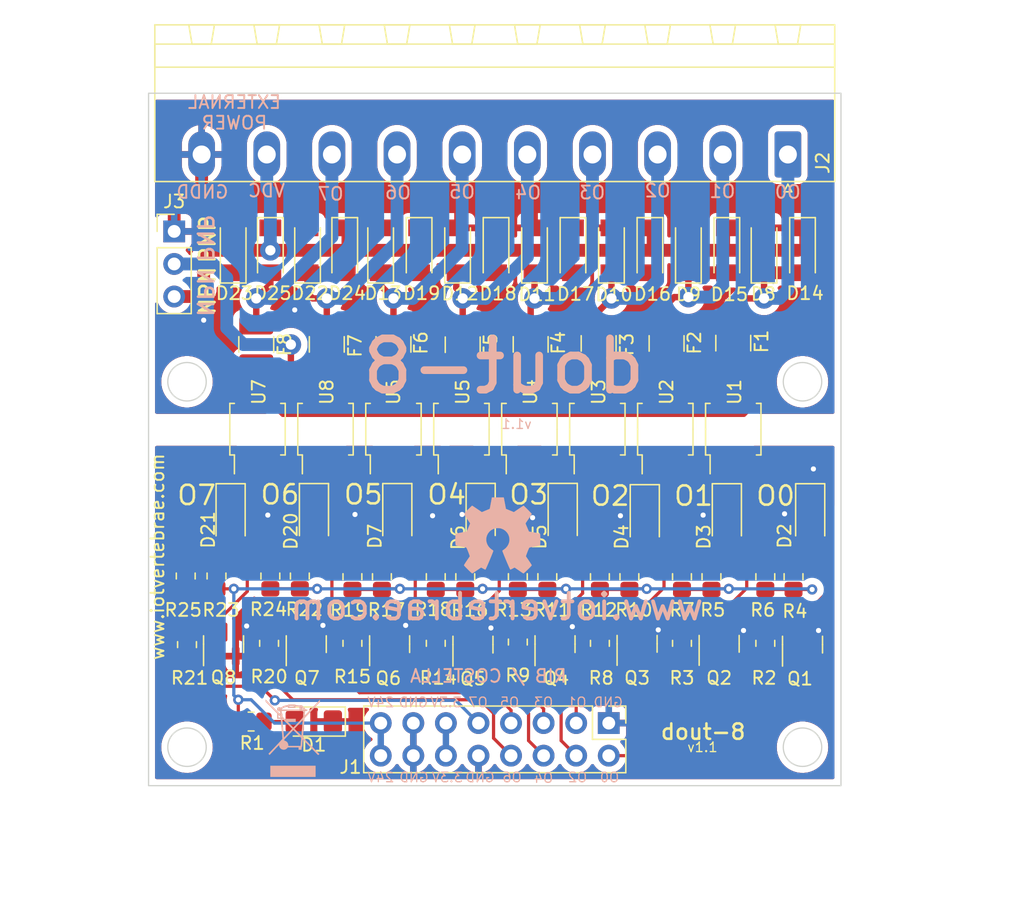
<source format=kicad_pcb>
(kicad_pcb (version 20211014) (generator pcbnew)
  (title_block (title "dout-8") (date "2023-04-06") (rev "1.1") (company "www.iotvertebrae.com") (comment 1 "Mechanical design: Xavier Pi") (comment 2 "Circuit & PCB design: Jordi Binefa"))
  (layers (0 "F.Cu" signal) (31 "B.Cu" signal) (34 "B.Paste" user) (35 "F.Paste" user) (36 "B.SilkS" user "B.Silkscreen") (37 "F.SilkS" user "F.Silkscreen") (38 "B.Mask" user) (39 "F.Mask" user) (44 "Edge.Cuts" user))
  (net 0 "")
  (net 1 "+3.3V")
  (net 2 "GND")
  (net 3 "Net-(D1-Pad2)")
  (net 4 "Net-(D2-Pad1)")
  (net 5 "Net-(D2-Pad2)")
  (net 6 "Net-(D3-Pad1)")
  (net 7 "Net-(D3-Pad2)")
  (net 8 "Net-(D4-Pad1)")
  (net 9 "Net-(D4-Pad2)")
  (net 10 "Net-(D5-Pad1)")
  (net 11 "Net-(D5-Pad2)")
  (net 12 "Net-(D6-Pad1)")
  (net 13 "Net-(D6-Pad2)")
  (net 14 "Net-(D7-Pad1)")
  (net 15 "Net-(D7-Pad2)")
  (net 16 "Net-(D20-Pad1)")
  (net 17 "Net-(D20-Pad2)")
  (net 18 "Net-(D21-Pad1)")
  (net 19 "Net-(D21-Pad2)")
  (net 20 "Net-(F7-Pad1)")
  (net 21 "/OUT_6")
  (net 22 "Net-(F8-Pad1)")
  (net 23 "/OUT_7")
  (net 24 "+24V")
  (net 25 "/COM")
  (net 26 "/OUT_0")
  (net 27 "/OUT_1")
  (net 28 "/OUT_2")
  (net 29 "/OUT_3")
  (net 30 "/OUT_4")
  (net 31 "/OUT_5")
  (net 32 "GNDD")
  (net 33 "+VDC")
  (net 34 "Net-(Q1-Pad1)")
  (net 35 "Net-(Q2-Pad1)")
  (net 36 "Net-(Q3-Pad1)")
  (net 37 "Net-(Q4-Pad1)")
  (net 38 "Net-(Q5-Pad1)")
  (net 39 "Net-(Q6-Pad1)")
  (net 40 "/O0")
  (net 41 "/O1")
  (net 42 "Net-(R6-Pad2)")
  (net 43 "Net-(R7-Pad2)")
  (net 44 "/O2")
  (net 45 "/O3")
  (net 46 "Net-(R12-Pad2)")
  (net 47 "Net-(R13-Pad2)")
  (net 48 "/O4")
  (net 49 "/O5")
  (net 50 "Net-(R18-Pad2)")
  (net 51 "Net-(R19-Pad2)")
  (net 52 "/O6")
  (net 53 "/O7")
  (net 54 "Net-(F1-Pad1)")
  (net 55 "Net-(F2-Pad1)")
  (net 56 "Net-(F3-Pad1)")
  (net 57 "Net-(F4-Pad1)")
  (net 58 "Net-(F5-Pad1)")
  (net 59 "Net-(F6-Pad1)")
  (net 60 "Net-(Q7-Pad1)")
  (net 61 "Net-(Q8-Pad1)")
  (net 62 "Net-(R24-Pad2)")
  (net 63 "Net-(R25-Pad2)")
  (footprint "Package_SO:SOP-4_3.8x4.1mm_P2.54mm" (layer "F.Cu") (at 145.1 92.2 90)
    (fp_text reference "U6")
    (fp_text value "CPC1017N")
  )
  (footprint "Diode_SMD:D_MiniMELF" (layer "F.Cu") (at 132.6 78.25 90)
    (fp_text reference "D23")
    (fp_text value "LL4148")
  )
  (footprint "Package_TO_SOT_SMD:SOT-23" (layer "F.Cu") (at 157.7 108.9625 90)
    (fp_text reference "Q4")
    (fp_text value "BC817")
  )
  (footprint "Package_TO_SOT_SMD:SOT-23" (layer "F.Cu") (at 138.3 108.9625 90)
    (fp_text reference "Q7")
    (fp_text value "BC817")
  )
  (footprint "Fuse:Fuse_1210_3225Metric_Pad1.42x2.65mm_HandSolder" (layer "F.Cu") (at 134.4 85.5875 90)
    (fp_text reference "F8")
    (fp_text value "MF-USMF010-2")
  )
  (footprint "LED_SMD:LED_1206_3216Metric_Pad1.42x1.75mm_HandSolder" (layer "F.Cu") (at 132.4 98.9125 -90)
    (fp_text reference "D21")
    (fp_text value "RED_LED")
  )
  (footprint "Fuse:Fuse_1210_3225Metric_Pad1.42x2.65mm_HandSolder" (layer "F.Cu") (at 139.9 85.5875 90)
    (fp_text reference "F7")
    (fp_text value "MF-USMF010-2")
  )
  (footprint "Package_TO_SOT_SMD:SOT-23" (layer "F.Cu") (at 177 109 90)
    (fp_text reference "Q1")
    (fp_text value "BC817")
  )
  (footprint "Resistor_SMD:R_0805_2012Metric_Pad1.20x1.40mm_HandSolder" (layer "F.Cu") (at 141.9 108.9 90)
    (fp_text reference "R15")
    (fp_text value "1K")
  )
  (footprint "Diode_SMD:D_MiniMELF" (layer "F.Cu") (at 153.1 78.25 -90)
    (fp_text reference "D18")
    (fp_text value "LL4148")
  )
  (footprint "LED_SMD:LED_1206_3216Metric_Pad1.42x1.75mm_HandSolder" (layer "F.Cu") (at 164.7 98.9875 -90)
    (fp_text reference "D4")
    (fp_text value "RED_LED")
  )
  (footprint "Resistor_SMD:R_0805_2012Metric_Pad1.20x1.40mm_HandSolder" (layer "F.Cu") (at 135.4 108.9 90)
    (fp_text reference "R20")
    (fp_text value "1K")
  )
  (footprint "Resistor_SMD:R_0805_2012Metric_Pad1.20x1.40mm_HandSolder" (layer "F.Cu") (at 174.1 103.7 90)
    (fp_text reference "R6")
    (fp_text value "4K7")
  )
  (footprint "Resistor_SMD:R_0805_2012Metric_Pad1.20x1.40mm_HandSolder" (layer "F.Cu") (at 161.2 103.7 90)
    (fp_text reference "R12")
    (fp_text value "4K7")
  )
  (footprint "Diode_SMD:D_MiniMELF" (layer "F.Cu") (at 165.1 78.25 -90)
    (fp_text reference "D16")
    (fp_text value "LL4148")
  )
  (footprint "Diode_SMD:D_MiniMELF" (layer "F.Cu") (at 159.1 78.25 -90)
    (fp_text reference "D17")
    (fp_text value "LL4148")
  )
  (footprint "Package_TO_SOT_SMD:SOT-23" (layer "F.Cu") (at 170.5 108.9375 90)
    (fp_text reference "Q2")
    (fp_text value "BC817")
  )
  (footprint "Diode_SMD:D_MiniMELF" (layer "F.Cu") (at 177 78.25 -90)
    (fp_text reference "D14")
    (fp_text value "LL4148")
  )
  (footprint "Diode_SMD:D_MiniMELF" (layer "F.Cu") (at 147.1 78.25 -90)
    (fp_text reference "D19")
    (fp_text value "LL4148")
  )
  (footprint "Diode_SMD:D_MiniMELF" (layer "F.Cu") (at 171.1 78.25 -90)
    (fp_text reference "D15")
    (fp_text value "LL4148")
  )
  (footprint "Connector_PinHeader_2.54mm:PinHeader_1x03_P2.54mm_Vertical" (layer "F.Cu") (at 128 76.775)
    (fp_text reference "J3")
    (fp_text value "Conn_01x03")
  )
  (footprint "Diode_SMD:D_MiniMELF" (layer "F.Cu") (at 156.1 78.25 90)
    (fp_text reference "D11")
    (fp_text value "LL4148")
  )
  (footprint "Fuse:Fuse_1210_3225Metric_Pad1.42x2.65mm_HandSolder" (layer "F.Cu") (at 166.4 85.5125 90)
    (fp_text reference "F2")
    (fp_text value "MF-USMF010-2")
  )
  (footprint "Resistor_SMD:R_0805_2012Metric_Pad1.20x1.40mm_HandSolder" (layer "F.Cu") (at 135.5 103.65 90)
    (fp_text reference "R24")
    (fp_text value "4K7")
  )
  (footprint "Fuse:Fuse_1210_3225Metric_Pad1.42x2.65mm_HandSolder" (layer "F.Cu") (at 161.1 85.5125 90)
    (fp_text reference "F3")
    (fp_text value "MF-USMF010-2")
  )
  (footprint "Package_TO_SOT_SMD:SOT-23" (layer "F.Cu") (at 164.1 108.9375 90)
    (fp_text reference "Q3")
    (fp_text value "BC817")
  )
  (footprint "Resistor_SMD:R_0805_2012Metric_Pad1.20x1.40mm_HandSolder" (layer "F.Cu") (at 167.6 108.9 90)
    (fp_text reference "R3")
    (fp_text value "1K")
  )
  (footprint "LED_SMD:LED_1206_3216Metric_Pad1.42x1.75mm_HandSolder" (layer "F.Cu") (at 177.6 98.9125 -90)
    (fp_text reference "D2")
    (fp_text value "RED_LED")
  )
  (footprint "Fuse:Fuse_1210_3225Metric_Pad1.42x2.65mm_HandSolder" (layer "F.Cu") (at 171.6 85.4875 90)
    (fp_text reference "F1")
    (fp_text value "MF-USMF010-2")
  )
  (footprint "Resistor_SMD:R_0805_2012Metric_Pad1.20x1.40mm_HandSolder" (layer "F.Cu") (at 148.4 103.7 90)
    (fp_text reference "R18")
    (fp_text value "4K7")
  )
  (footprint "Package_SO:SOP-4_3.8x4.1mm_P2.54mm" (layer "F.Cu") (at 150.4 92.2 90)
    (fp_text reference "U5")
    (fp_text value "CPC1017N")
  )
  (footprint "Resistor_SMD:R_0805_2012Metric_Pad1.20x1.40mm_HandSolder" (layer "F.Cu") (at 150.7 103.7 90)
    (fp_text reference "R16")
    (fp_text value "4K7")
  )
  (footprint "LED_SMD:LED_1206_3216Metric_Pad1.42x1.75mm_HandSolder" (layer "F.Cu") (at 145.4 98.9 -90)
    (fp_text reference "D7")
    (fp_text value "RED_LED")
  )
  (footprint "Resistor_SMD:R_0805_2012Metric_Pad1.20x1.40mm_HandSolder" (layer "F.Cu") (at 144.2 103.7 90)
    (fp_text reference "R17")
    (fp_text value "4K7")
  )
  (footprint "Diode_SMD:D_MiniMELF" (layer "F.Cu") (at 135.5 78.25 -90)
    (fp_text reference "D25")
    (fp_text value "LL4148")
  )
  (footprint "Diode_SMD:D_MiniMELF" (layer "F.Cu") (at 168.1 78.25 90)
    (fp_text reference "D9")
    (fp_text value "LL4148")
  )
  (footprint "Package_SO:SOP-4_3.8x4.1mm_P2.54mm" (layer "F.Cu") (at 134.5 92.2 90)
    (fp_text reference "U7")
    (fp_text value "CPC1017N")
  )
  (footprint "Diode_SMD:D_MiniMELF" (layer "F.Cu") (at 150.1 78.25 90)
    (fp_text reference "D12")
    (fp_text value "LL4148")
  )
  (footprint "LED_SMD:LED_1206_3216Metric_Pad1.42x1.75mm_HandSolder" (layer "F.Cu") (at 171.1 98.9125 -90)
    (fp_text reference "D3")
    (fp_text value "RED_LED")
  )
  (footprint "Connector_PinHeader_2.54mm:PinHeader_2x08_P2.54mm_Vertical" (layer "F.Cu") (at 161.89 115.12 -90)
    (fp_text reference "J1")
    (fp_text value "Conn_02x08_Odd_Even")
  )
  (footprint "Package_SO:SOP-4_3.8x4.1mm_P2.54mm" (layer "F.Cu") (at 171.6 92.2 90)
    (fp_text reference "U1")
    (fp_text value "CPC1017N")
  )
  (footprint "Diode_SMD:D_MiniMELF" (layer "F.Cu") (at 162.1 78.25 90)
    (fp_text reference "D10")
    (fp_text value "LL4148")
  )
  (footprint "Fuse:Fuse_1210_3225Metric_Pad1.42x2.65mm_HandSolder" (layer "F.Cu") (at 155.8 85.5875 90)
    (fp_text reference "F4")
    (fp_text value "MF-USMF010-2")
  )
  (footprint "Package_TO_SOT_SMD:SOT-23" (layer "F.Cu") (at 131.85 108.9625 90)
    (fp_text reference "Q8")
    (fp_text value "BC817")
  )
  (footprint "Resistor_SMD:R_0805_2012Metric_Pad1.20x1.40mm_HandSolder" (layer "F.Cu") (at 128.9 103.65 90)
    (fp_text reference "R25")
    (fp_text value "4K7")
  )
  (footprint "Diode_SMD:D_MiniMELF" (layer "F.Cu") (at 144.1 78.25 90)
    (fp_text reference "D13")
    (fp_text value "LL4148")
  )
  (footprint "Resistor_SMD:R_0805_2012Metric_Pad1.20x1.40mm_HandSolder" (layer "F.Cu") (at 161.2 108.9 90)
    (fp_text reference "R8")
    (fp_text value "1K")
  )
  (footprint "Resistor_SMD:R_0805_2012Metric_Pad1.20x1.40mm_HandSolder" (layer "F.Cu") (at 157.1 103.7 90)
    (fp_text reference "R11")
    (fp_text value "4K7")
  )
  (footprint "Resistor_SMD:R_0805_2012Metric_Pad1.20x1.40mm_HandSolder" (layer "F.Cu") (at 137.8 103.65 90)
    (fp_text reference "R22")
    (fp_text value "4K7")
  )
  (footprint "Diode_SMD:D_MiniMELF" (layer "F.Cu") (at 138.4 78.25 90)
    (fp_text reference "D22")
    (fp_text value "LL4148")
  )
  (footprint "Package_SO:SOP-4_3.8x4.1mm_P2.54mm" (layer "F.Cu") (at 166.3 92.2 90)
    (fp_text reference "U2")
    (fp_text value "CPC1017N")
  )
  (footprint "Resistor_SMD:R_0805_2012Metric_Pad1.20x1.40mm_HandSolder" (layer "F.Cu") (at 169.9 103.7 90)
    (fp_text reference "R5")
    (fp_text value "4K7")
  )
  (footprint "Fuse:Fuse_1210_3225Metric_Pad1.42x2.65mm_HandSolder" (layer "F.Cu") (at 150.5 85.6125 90)
    (fp_text reference "F5")
    (fp_text value "MF-USMF010-2")
  )
  (footprint "LED_SMD:LED_1206_3216Metric_Pad1.42x1.75mm_HandSolder" (layer "F.Cu") (at 138.8875 115 180)
    (fp_text reference "D1")
    (fp_text value "GREEN_LED")
  )
  (footprint "Package_SO:SOP-4_3.8x4.1mm_P2.54mm" (layer "F.Cu") (at 139.8 92.2 90)
    (fp_text reference "U8")
    (fp_text value "CPC1017N")
  )
  (footprint "Resistor_SMD:R_0805_2012Metric_Pad1.20x1.40mm_HandSolder" (layer "F.Cu") (at 176.3 103.7 90)
    (fp_text reference "R4")
    (fp_text value "4K7")
  )
  (footprint "Resistor_SMD:R_0805_2012Metric_Pad1.20x1.40mm_HandSolder" (layer "F.Cu") (at 154.8 108.8 90)
    (fp_text reference "R9")
    (fp_text value "1K")
  )
  (footprint "Resistor_SMD:R_0805_2012Metric_Pad1.20x1.40mm_HandSolder" (layer "F.Cu") (at 154.8 103.7 90)
    (fp_text reference "R13")
    (fp_text value "4K7")
  )
  (footprint "Resistor_SMD:R_0805_2012Metric_Pad1.20x1.40mm_HandSolder" (layer "F.Cu") (at 141.9 103.7 90)
    (fp_text reference "R19")
    (fp_text value "4K7")
  )
  (footprint "Resistor_SMD:R_0805_2012Metric_Pad1.20x1.40mm_HandSolder" (layer "F.Cu") (at 148.4 108.9 90)
    (fp_text reference "R14")
    (fp_text value "1K")
  )
  (footprint "Package_TO_SOT_SMD:SOT-23" (layer "F.Cu") (at 144.8 108.9625 90)
    (fp_text reference "Q6")
    (fp_text value "BC817")
  )
  (footprint "Connector_Phoenix_MSTB:PhoenixContact_MSTBA_2,5_10-G-5,08_1x10_P5.08mm_Horizontal" (layer "F.Cu") (at 175.86 70.7775 180)
    (fp_text reference "J2")
    (fp_text value "Conn_01x10")
  )
  (footprint "Fuse:Fuse_1210_3225Metric_Pad1.42x2.65mm_HandSolder" (layer "F.Cu") (at 145.1 85.5875 90)
    (fp_text reference "F6")
    (fp_text value "MF-USMF010-2")
  )
  (footprint "Diode_SMD:D_MiniMELF" (layer "F.Cu") (at 174 78.25 90)
    (fp_text reference "D8")
    (fp_text value "LL4148")
  )
  (footprint "Package_SO:SOP-4_3.8x4.1mm_P2.54mm" (layer "F.Cu") (at 161 92.2 90)
    (fp_text reference "U3")
    (fp_text value "CPC1017N")
  )
  (footprint "Resistor_SMD:R_0805_2012Metric_Pad1.20x1.40mm_HandSolder" (layer "F.Cu") (at 131.3 103.65 90)
    (fp_text reference "R23")
    (fp_text value "4K7")
  )
  (footprint "Resistor_SMD:R_0805_2012Metric_Pad1.20x1.40mm_HandSolder" (layer "F.Cu") (at 134 115)
    (fp_text reference "R1")
    (fp_text value "4K7")
  )
  (footprint "Resistor_SMD:R_0805_2012Metric_Pad1.20x1.40mm_HandSolder" (layer "F.Cu") (at 129 109 90)
    (fp_text reference "R21")
    (fp_text value "1K")
  )
  (footprint "Package_SO:SOP-4_3.8x4.1mm_P2.54mm" (layer "F.Cu") (at 155.7 92.2 90)
    (fp_text reference "U4")
    (fp_text value "CPC1017N")
  )
  (footprint "Package_TO_SOT_SMD:SOT-23" (layer "F.Cu") (at 151.3 109 90)
    (fp_text reference "Q5")
    (fp_text value "BC817")
  )
  (footprint "LED_SMD:LED_1206_3216Metric_Pad1.42x1.75mm_HandSolder" (layer "F.Cu") (at 151.9 98.8875 -90)
    (fp_text reference "D6")
    (fp_text value "RED_LED")
  )
  (footprint "LED_SMD:LED_1206_3216Metric_Pad1.42x1.75mm_HandSolder" (layer "F.Cu") (at 138.9 98.9 -90)
    (fp_text reference "D20")
    (fp_text value "RED_LED")
  )
  (footprint "Resistor_SMD:R_0805_2012Metric_Pad1.20x1.40mm_HandSolder" (layer "F.Cu") (at 163.5 103.7 90)
    (fp_text reference "R10")
    (fp_text value "4K7")
  )
  (footprint "Resistor_SMD:R_0805_2012Metric_Pad1.20x1.40mm_HandSolder" (layer "F.Cu") (at 174.1 108.9 90)
    (fp_text reference "R2")
    (fp_text value "1K")
  )
  (footprint "LED_SMD:LED_1206_3216Metric_Pad1.42x1.75mm_HandSolder" (layer "F.Cu") (at 158.3 98.8875 -90)
    (fp_text reference "D5")
    (fp_text value "RED_LED")
  )
  (footprint "Resistor_SMD:R_0805_2012Metric_Pad1.20x1.40mm_HandSolder" (layer "F.Cu") (at 167.6 103.7 90)
    (fp_text reference "R7")
    (fp_text value "4K7")
  )
  (footprint "Diode_SMD:D_MiniMELF" (layer "F.Cu") (at 141.3 78.25 -90)
    (fp_text reference "D24")
    (fp_text value "LL4148")
  )
  (footprint "Symbol:WEEE-Logo_4.2x6mm_SilkScreen" (layer "B.Cu") (at 137.25 116.3 180)
    (fp_text reference "REF**" hide)
    (fp_text value "WEEE-Logo_4.2x6mm_SilkScreen" hide)
  )
  (footprint "Symbol:OSHW-Symbol_6.7x6mm_SilkScreen" (layer "B.Cu") (at 153.25 100.5 180)
    (fp_text reference "REF**" hide)
    (fp_text value "OSHW-Symbol_6.7x6mm_SilkScreen" hide)
  )
  (gr_circle (center 177 88.5) (end 178.5 88.5) (layer "Edge.Cuts") (width 0.1) (fill none))
  (gr_circle (center 177 117) (end 178.5 117) (layer "Edge.Cuts") (width 0.1) (fill none))
  (gr_circle (center 129 117) (end 130.5 117) (layer "Edge.Cuts") (width 0.1) (fill none))
  (gr_rect (start 126 120) (end 180 66) (layer "Edge.Cuts") (width 0.1) (fill none))
  (gr_circle (center 129 88.5) (end 130.5 88.5) (layer "Edge.Cuts") (width 0.1) (fill none))
  (gr_text "3.3V" (at 149.3 119.35) (layer "B.SilkS") (effects (font (size 0.75 0.75) (thickness 0.1)) (justify mirror)))
  (gr_text "O2" (at 165.7 73.6) (layer "B.SilkS") (effects (font (size 1 1)) (justify mirror)))
  (gr_text "O7" (at 151.7 113.5) (layer "B.SilkS") (effects (font (size 0.75 0.75) (thickness 0.1)) (justify mirror)))
  (gr_text "3.3V" (at 149.2 113.5) (layer "B.SilkS") (effects (font (size 0.75 0.75) (thickness 0.1)) (justify mirror)))
  (gr_text "GND" (at 146.65 113.5) (layer "B.SilkS") (effects (font (size 0.75 0.75) (thickness 0.1)) (justify mirror)))
  (gr_text "O3" (at 156.8 113.5) (layer "B.SilkS") (effects (font (size 0.75 0.75) (thickness 0.1)) (justify mirror)))
  (gr_text "NPN" (at 130.4 81.55 -90) (layer "B.SilkS") (effects (font (size 1.2 1.2) (thickness 0.2)) (justify mirror)))
  (gr_text "PNP" (at 130.4 77.3 -90) (layer "B.SilkS") (effects (font (size 1.2 1.2) (thickness 0.2)) (justify mirror)))
  (gr_text "O4" (at 155.6 73.75) (layer "B.SilkS") (effects (font (size 1 1)) (justify mirror)))
  (gr_text "dout-8" (at 153.7 87.3) (layer "B.SilkS") (effects (font (size 4 4) (thickness 0.6)) (justify mirror)))
  (gr_text "O4" (at 156.8 119.4) (layer "B.SilkS") (effects (font (size 0.75 0.75) (thickness 0.1)) (justify mirror)))
  (gr_text "O6" (at 154.35 119.35) (layer "B.SilkS") (effects (font (size 0.75 0.75) (thickness 0.1)) (justify mirror)))
  (gr_text "O0" (at 161.95 119.35) (layer "B.SilkS") (effects (font (size 0.75 0.75) (thickness 0.1)) (justify mirror)))
  (gr_text "24V" (at 144.1 119.35) (layer "B.SilkS") (effects (font (size 0.75 0.75) (thickness 0.1)) (justify mirror)))
  (gr_text "GNDD" (at 130.2 73.7) (layer "B.SilkS") (effects (font (size 1 1)) (justify mirror)))
  (gr_text "v1.1" (at 154.7 91.8) (layer "B.SilkS") (effects (font (size 0.75 0.75) (thickness 0.1)) (justify mirror)))
  (gr_text "O5" (at 150.45 73.7) (layer "B.SilkS") (effects (font (size 1 1)) (justify mirror)))
  (gr_text "O2" (at 159.45 119.35) (layer "B.SilkS") (effects (font (size 0.75 0.75) (thickness 0.1)) (justify mirror)))
  (gr_text "RIB / COSTELLA" (at 152.5 111.45) (layer "B.SilkS") (effects (font (size 1 1)) (justify mirror)))
  (gr_text "O1" (at 170.75 73.65) (layer "B.SilkS") (effects (font (size 1 1)) (justify mirror)))
  (gr_text "VDC" (at 135.2 73.6) (layer "B.SilkS") (effects (font (size 1 1)) (justify mirror)))
  (gr_text "GND" (at 151.85 119.35) (layer "B.SilkS") (effects (font (size 0.75 0.75) (thickness 0.1)) (justify mirror)))
  (gr_text "O7" (at 140.2 73.85) (layer "B.SilkS") (effects (font (size 1 1)) (justify mirror)))
  (gr_text "O0" (at 175.85 73.7) (layer "B.SilkS") (effects (font (size 1 1)) (justify mirror)))
  (gr_text "EXTERNAL\nPOWER" (at 132.7 67.5) (layer "B.SilkS") (effects (font (size 1 1)) (justify mirror)))
  (gr_text "www.iotvertebrae.com" (at 153.15 106.05) (layer "B.SilkS") (effects (font (size 2 2) (thickness 0.3)) (justify mirror)))
  (gr_text "GND" (at 161.85 113.5) (layer "B.SilkS") (effects (font (size 0.75 0.75) (thickness 0.1)) (justify mirror)))
  (gr_text "O5" (at 154.15 113.5) (layer "B.SilkS") (effects (font (size 0.75 0.75) (thickness 0.1)) (justify mirror)))
  (gr_text "O1" (at 159.4 113.5) (layer "B.SilkS") (effects (font (size 0.75 0.75) (thickness 0.1)) (justify mirror)))
  (gr_text "O3" (at 160.6 73.75) (layer "B.SilkS") (effects (font (size 1 1)) (justify mirror)))
  (gr_text "GND" (at 146.7 119.35) (layer "B.SilkS") (effects (font (size 0.75 0.75) (thickness 0.1)) (justify mirror)))
  (gr_text "O6" (at 145.45 73.75) (layer "B.SilkS") (effects (font (size 1 1)) (justify mirror)))
  (gr_text "24V" (at 144.1 113.5) (layer "B.SilkS") (effects (font (size 0.75 0.75) (thickness 0.1)) (justify mirror)))
  (gr_text "www.iotvertebrae.com" (at 126.7 102.15 90) (layer "F.SilkS") (effects (font (size 1 1))))
  (gr_text "O4" (at 149.25 97.3) (layer "F.SilkS") (effects (font (size 1.5 1.5) (thickness 0.2))))
  (gr_text "O3" (at 155.65 97.3) (layer "F.SilkS") (effects (font (size 1.5 1.5) (thickness 0.2))))
  (gr_text "v1.1" (at 169.2 117) (layer "F.SilkS") (effects (font (size 0.75 0.75) (thickness 0.1))))
  (gr_text "O0" (at 174.9 97.4) (layer "F.SilkS") (effects (font (size 1.5 1.5) (thickness 0.2))))
  (gr_text "O2" (at 162 97.4) (layer "F.SilkS") (effects (font (size 1.5 1.5) (thickness 0.2))))
  (gr_text "dout-8" (at 169.25 115.8) (layer "F.SilkS") (effects (font (size 1.2 1.2) (thickness 0.2))))
  (gr_text "NPN" (at 130.6 81.4 90) (layer "F.SilkS") (effects (font (size 1.2 1.2) (thickness 0.2))))
  (gr_text "O7" (at 129.75 97.35) (layer "F.SilkS") (effects (font (size 1.5 1.5) (thickness 0.2))))
  (gr_text "O1" (at 168.5 97.4) (layer "F.SilkS") (effects (font (size 1.5 1.5) (thickness 0.2))))
  (gr_text "PNP" (at 130.6 77.4 90) (layer "F.SilkS") (effects (font (size 1.2 1.2) (thickness 0.2))))
  (gr_text "O6" (at 136.25 97.3) (layer "F.SilkS") (effects (font (size 1.5 1.5) (thickness 0.2))))
  (gr_text "O5" (at 142.75 97.3) (layer "F.SilkS") (effects (font (size 1.5 1.5) (thickness 0.2))))
  (segment (start 149.19 115.12) (end 149.19 117.66) (width 0.5) (layer "B.Cu") (net 1))
  (via (at 165.75 107.85) (size 0.8) (drill 0.4) (layers "F.Cu" "B.Cu") (net 2))
  (via (at 155.95 99.1) (size 0.8) (drill 0.4) (layers "F.Cu" "B.Cu") (net 2))
  (via (at 177.85 95.3) (size 0.8) (drill 0.4) (layers "F.Cu" "B.Cu") (net 2))
  (via (at 139.6 107.5) (size 0.8) (drill 0.4) (layers "F.Cu" "B.Cu") (net 2))
  (via (at 178.25 107.9) (size 0.8) (drill 0.4) (layers "F.Cu" "B.Cu") (net 2))
  (via (at 169.25 98.9) (size 0.8) (drill 0.4) (layers "F.Cu" "B.Cu") (net 2))
  (via (at 133.65 107.55) (size 0.8) (drill 0.4) (layers "F.Cu" "B.Cu") (net 2))
  (via (at 142.1 98.85) (size 0.8) (drill 0.4) (layers "F.Cu" "B.Cu") (net 2))
  (via (at 159.05 107.6) (size 0.8) (drill 0.4) (layers "F.Cu" "B.Cu") (net 2))
  (via (at 175.6 98.8) (size 0.8) (drill 0.4) (layers "F.Cu" "B.Cu") (net 2))
  (via (at 146.05 107.5) (size 0.8) (drill 0.4) (layers "F.Cu" "B.Cu") (net 2))
  (via (at 172.4 107.9) (size 0.8) (drill 0.4) (layers "F.Cu" "B.Cu") (net 2))
  (via (at 135.3 98.9) (size 0.8) (drill 0.4) (layers "F.Cu" "B.Cu") (net 2))
  (via (at 150.45 98.85) (size 0.8) (drill 0.4) (layers "F.Cu" "B.Cu") (net 2))
  (via (at 148.15 98.95) (size 0.8) (drill 0.4) (layers "F.Cu" "B.Cu") (net 2))
  (via (at 152.7 107.7) (size 0.8) (drill 0.4) (layers "F.Cu" "B.Cu") (net 2))
  (via (at 162.8 98.95) (size 0.8) (drill 0.4) (layers "F.Cu" "B.Cu") (net 2))
  (segment (start 135 115) (end 137.4 115) (width 0.25) (layer "F.Cu") (net 3))
  (segment (start 176.225 97.425) (end 177.6 97.425) (width 0.25) (layer "F.Cu") (net 4))
  (segment (start 177.6 97.425) (end 177.625 97.425) (width 0.25) (layer "F.Cu") (net 4))
  (segment (start 179 104.85) (end 176.95 106.9) (width 0.25) (layer "F.Cu") (net 4))
  (segment (start 176.95 106.9) (end 176.95 108.0125) (width 0.25) (layer "F.Cu") (net 4))
  (segment (start 177.625 97.425) (end 179 98.8) (width 0.25) (layer "F.Cu") (net 4))
  (segment (start 179 98.8) (end 179 104.85) (width 0.25) (layer "F.Cu") (net 4))
  (segment (start 176.95 108.0125) (end 177 108.0625) (width 0.25) (layer "F.Cu") (net 4))
  (segment (start 175.9 96.05) (end 175.9 97.1) (width 0.25) (layer "F.Cu") (net 4))
  (segment (start 175.9 97.1) (end 176.225 97.425) (width 0.25) (layer "F.Cu") (net 4))
  (segment (start 174.8 94.95) (end 175.9 96.05) (width 0.25) (layer "F.Cu") (net 4))
  (segment (start 172.87 94.95) (end 174.8 94.95) (width 0.25) (layer "F.Cu") (net 4))
  (segment (start 177.25 102.7) (end 176.3 102.7) (width 0.25) (layer "F.Cu") (net 5))
  (segment (start 177.6 100.4) (end 177.6 102.35) (width 0.25) (layer "F.Cu") (net 5))
  (segment (start 177.6 102.35) (end 177.25 102.7) (width 0.25) (layer "F.Cu") (net 5))
  (segment (start 170.5 106.75) (end 170.5 108) (width 0.25) (layer "F.Cu") (net 6))
  (segment (start 169.325 97.425) (end 171.1 97.425) (width 0.25) (layer "F.Cu") (net 6))
  (segment (start 172.025 97.425) (end 172.65 98.05) (width 0.25) (layer "F.Cu") (net 6))
  (segment (start 172.65 104.6) (end 170.5 106.75) (width 0.25) (layer "F.Cu") (net 6))
  (segment (start 171.1 97.425) (end 172.025 97.425) (width 0.25) (layer "F.Cu") (net 6))
  (segment (start 172.65 98.05) (end 172.65 104.6) (width 0.25) (layer "F.Cu") (net 6))
  (segment (start 167.57 94.95) (end 167.57 95.67) (width 0.25) (layer "F.Cu") (net 6))
  (segment (start 167.57 95.67) (end 169.325 97.425) (width 0.25) (layer "F.Cu") (net 6))
  (segment (start 170.75 102.7) (end 169.9 102.7) (width 0.25) (layer "F.Cu") (net 7))
  (segment (start 171.1 102.35) (end 170.75 102.7) (width 0.25) (layer "F.Cu") (net 7))
  (segment (start 171.1 100.4) (end 171.1 102.35) (width 0.25) (layer "F.Cu") (net 7))
  (segment (start 164.1 106.65) (end 164.1 108) (width 0.25) (layer "F.Cu") (net 8))
  (segment (start 166.2 104.55) (end 164.1 106.65) (width 0.25) (layer "F.Cu") (net 8))
  (segment (start 166.2 98.05) (end 166.2 104.55) (width 0.25) (layer "F.Cu") (net 8))
  (segment (start 162.27 94.95) (end 162.27 96.62) (width 0.25) (layer "F.Cu") (net 8))
  (segment (start 164.7 97.5) (end 165.65 97.5) (width 0.25) (layer "F.Cu") (net 8))
  (segment (start 162.27 96.62) (end 163.15 97.5) (width 0.25) (layer "F.Cu") (net 8))
  (segment (start 165.65 97.5) (end 166.2 98.05) (width 0.25) (layer "F.Cu") (net 8))
  (segment (start 163.15 97.5) (end 164.7 97.5) (width 0.25) (layer "F.Cu") (net 8))
  (segment (start 164.3 102.7) (end 163.5 102.7) (width 0.25) (layer "F.Cu") (net 9))
  (segment (start 164.7 100.475) (end 164.7 102.3) (width 0.25) (layer "F.Cu") (net 9))
  (segment (start 164.7 102.3) (end 164.3 102.7) (width 0.25) (layer "F.Cu") (net 9))
  (segment (start 159.5 97.4) (end 158.3 97.4) (width 0.25) (layer "F.Cu") (net 10))
  (segment (start 156.95 97.2) (end 157.15 97.4) (width 0.25) (layer "F.Cu") (net 10))
  (segment (start 157.15 97.4) (end 158.3 97.4) (width 0.25) (layer "F.Cu") (net 10))
  (segment (start 159.85 105) (end 159.85 97.75) (width 0.25) (layer "F.Cu") (net 10))
  (segment (start 156.97 94.95) (end 156.95 94.97) (width 0.25) (layer "F.Cu") (net 10))
  (segment (start 159.85 97.75) (end 159.5 97.4) (width 0.25) (layer "F.Cu") (net 10))
  (segment (start 157.7 108.025) (end 157.7 107.15) (width 0.25) (layer "F.Cu") (net 10))
  (segment (start 156.95 94.97) (end 156.95 97.2) (width 0.25) (layer "F.Cu") (net 10))
  (segment (start 157.7 107.15) (end 159.85 105) (width 0.25) (layer "F.Cu") (net 10))
  (segment (start 158.3 102.35) (end 157.95 102.7) (width 0.25) (layer "F.Cu") (net 11))
  (segment (start 157.95 102.7) (end 157.1 102.7) (width 0.25) (layer "F.Cu") (net 11))
  (segment (start 158.3 100.375) (end 158.3 102.35) (width 0.25) (layer "F.Cu") (net 11))
  (segment (start 153.35 97.75) (end 153.35 104.8) (width 0.25) (layer "F.Cu") (net 12))
  (segment (start 151.3 106.85) (end 151.3 108.0625) (width 0.25) (layer "F.Cu") (net 12))
  (segment (start 151.9 97.4) (end 153 97.4) (width 0.25) (layer "F.Cu") (net 12))
  (segment (start 151.67 96.17) (end 151.9 96.4) (width 0.25) (layer "F.Cu") (net 12))
  (segment (start 153 97.4) (end 153.35 97.75) (width 0.25) (layer "F.Cu") (net 12))
  (segment (start 151.67 94.95) (end 151.67 96.17) (width 0.25) (layer "F.Cu") (net 12))
  (segment (start 153.35 104.8) (end 151.3 106.85) (width 0.25) (layer "F.Cu") (net 12))
  (segment (start 151.9 96.4) (end 151.9 97.4) (width 0.25) (layer "F.Cu") (net 12))
  (segment (start 150.7 102.7) (end 151.6 102.7) (width 0.25) (layer "F.Cu") (net 13))
  (segment (start 151.6 102.7) (end 151.9 102.4) (width 0.25) (layer "F.Cu") (net 13))
  (segment (start 151.9 102.4) (end 151.9 100.375) (width 0.25) (layer "F.Cu") (net 13))
  (segment (start 146.35 106.1) (end 146.8 105.65) (width 0.25) (layer "F.Cu") (net 14))
  (segment (start 144.8 108.025) (end 144.8 106.75) (width 0.25) (layer "F.Cu") (net 14))
  (segment (start 145.75 96.25) (end 146.15 96.25) (width 0.25) (layer "F.Cu") (net 14))
  (segment (start 145.4 96.6) (end 145.75 96.25) (width 0.25) (layer "F.Cu") (net 14))
  (segment (start 145.45 106.1) (end 146.35 106.1) (width 0.25) (layer "F.Cu") (net 14))
  (segment (start 145.4 97.4125) (end 145.4 96.6) (width 0.25) (layer "F.Cu") (net 14))
  (segment (start 146.37 94.95) (end 146.37 96.03) (width 0.25) (layer "F.Cu") (net 14))
  (segment (start 144.8 106.75) (end 145.45 106.1) (width 0.25) (layer "F.Cu") (net 14))
  (segment (start 146.8 105.65) (end 146.8 97.9) (width 0.25) (layer "F.Cu") (net 14))
  (segment (start 145.4 97.4125) (end 146.3125 97.4125) (width 0.25) (layer "F.Cu") (net 14))
  (segment (start 146.37 96.03) (end 146.15 96.25) (width 0.25) (layer "F.Cu") (net 14))
  (segment (start 146.3125 97.4125) (end 146.8 97.9) (width 0.25) (layer "F.Cu") (net 14))
  (segment (start 145.4 100.3875) (end 145.4 102.35) (width 0.25) (layer "F.Cu") (net 15))
  (segment (start 145.4 102.35) (end 145.05 102.7) (width 0.25) (layer "F.Cu") (net 15))
  (segment (start 145.05 102.7) (end 144.2 102.7) (width 0.25) (layer "F.Cu") (net 15))
  (segment (start 138.3 108.025) (end 138.3 106.65) (width 0.25) (layer "F.Cu") (net 16))
  (segment (start 140.7 94.95) (end 140.15 95.5) (width 0.25) (layer "F.Cu") (net 16))
  (segment (start 140.15 97.1) (end 139.8375 97.4125) (width 0.25) (layer "F.Cu") (net 16))
  (segment (start 138.65 106.3) (end 139.55 106.3) (width 0.25) (layer "F.Cu") (net 16))
  (segment (start 140.3 105.55) (end 139.55 106.3) (width 0.25) (layer "F.Cu") (net 16))
  (segment (start 139.8625 97.4125) (end 140.3 97.85) (width 0.25) (layer "F.Cu") (net 16))
  (segment (start 138.9 97.4125) (end 139.8625 97.4125) (width 0.25) (layer "F.Cu") (net 16))
  (segment (start 138.3 106.65) (end 138.65 106.3) (width 0.25) (layer "F.Cu") (net 16))
  (segment (start 139.8375 97.4125) (end 138.9 97.4125) (width 0.25) (layer "F.Cu") (net 16))
  (segment (start 140.3 97.85) (end 140.3 105.55) (width 0.25) (layer "F.Cu") (net 16))
  (segment (start 140.15 95.5) (end 140.15 97.1) (width 0.25) (layer "F.Cu") (net 16))
  (segment (start 141.07 94.95) (end 140.7 94.95) (width 0.25) (layer "F.Cu") (net 16))
  (segment (start 138.9 100.3875) (end 138.9 102.4) (width 0.25) (layer "F.Cu") (net 17))
  (segment (start 138.9 102.4) (end 138.65 102.65) (width 0.25) (layer "F.Cu") (net 17))
  (segment (start 138.65 102.65) (end 137.8 102.65) (width 0.25) (layer "F.Cu") (net 17))
  (segment (start 134.5 95.7) (end 134.5 96.7) (width 0.25) (layer "F.Cu") (net 18))
  (segment (start 134.5 96.7) (end 133.6 97.6) (width 0.25) (layer "F.Cu") (net 18))
  (segment (start 131.85 106.7) (end 131.85 108.025) (width 0.25) (layer "F.Cu") (net 18))
  (segment (start 133.7 104.85) (end 131.85 106.7) (width 0.25) (layer "F.Cu") (net 18))
  (segment (start 135.25 94.95) (end 134.5 95.7) (width 0.25) (layer "F.Cu") (net 18))
  (segment (start 133.6 97.6) (end 133.7 97.7) (width 0.25) (layer "F.Cu") (net 18))
  (segment (start 133.7 97.7) (end 133.7 104.85) (width 0.25) (layer "F.Cu") (net 18))
  (segment (start 133.425 97.425) (end 133.6 97.6) (width 0.25) (layer "F.Cu") (net 18))
  (segment (start 135.77 94.95) (end 135.25 94.95) (width 0.25) (layer "F.Cu") (net 18))
  (segment (start 132.4 97.425) (end 133.425 97.425) (width 0.25) (layer "F.Cu") (net 18))
  (segment (start 132.4 102.3) (end 132.05 102.65) (width 0.25) (layer "F.Cu") (net 19))
  (segment (start 132.4 100.4) (end 132.4 102.3) (width 0.25) (layer "F.Cu") (net 19))
  (segment (start 132.05 102.65) (end 131.3 102.65) (width 0.25) (layer "F.Cu") (net 19))
  (segment (start 138.53 89.45) (end 139.45 89.45) (width 0.5) (layer "F.Cu") (net 20))
  (segment (start 139.45 89.45) (end 139.9 89) (width 0.5) (layer "F.Cu") (net 20))
  (segment (start 139.9 89) (end 139.9 87.075) (width 0.5) (layer "F.Cu") (net 20))
  (segment (start 138.8 82) (end 139.9 82) (width 0.5) (layer "F.Cu") (net 21))
  (segment (start 138.4 81.6) (end 138.8 82) (width 0.5) (layer "F.Cu") (net 21))
  (segment (start 141.3 80) (end 138.4 80) (width 1) (layer "F.Cu") (net 21))
  (segment (start 138.4 80) (end 138.4 81.6) (width 0.5) (layer "F.Cu") (net 21))
  (segment (start 139.9 82) (end 139.9 84.1) (width 0.5) (layer "F.Cu") (net 21))
  (via (at 139.9 82) (size 1.6) (drill 0.8) (layers "F.Cu" "B.Cu") (net 21))
  (segment (start 141 82) (end 139.9 82) (width 1) (layer "B.Cu") (net 21))
  (segment (start 145.38 70.7775) (end 145.38 77.62) (width 1) (layer "B.Cu") (net 21))
  (segment (start 145.38 77.62) (end 141 82) (width 1) (layer "B.Cu") (net 21))
  (segment (start 134.05 89.45) (end 134.4 89.1) (width 0.5) (layer "F.Cu") (net 22))
  (segment (start 133.23 89.45) (end 134.05 89.45) (width 0.5) (layer "F.Cu") (net 22))
  (segment (start 134.4 89.1) (end 134.4 87.075) (width 0.5) (layer "F.Cu") (net 22))
  (segment (start 135.5 80.9) (end 134.4 82) (width 0.5) (layer "F.Cu") (net 23))
  (segment (start 134.4 82) (end 134.4 84.1) (width 0.5) (layer "F.Cu") (net 23))
  (segment (start 135.5 80) (end 132.6 80) (width 1) (layer "F.Cu") (net 23))
  (segment (start 135.5 80) (end 135.5 80.9) (width 0.5) (layer "F.Cu") (net 23))
  (via (at 134.4 82) (size 1.6) (drill 0.8) (layers "F.Cu" "B.Cu") (net 23))
  (segment (start 135.5 82) (end 134.4 82) (width 1) (layer "B.Cu") (net 23))
  (segment (start 140.3 70.7775) (end 140.3 77.2) (width 1) (layer "B.Cu") (net 23))
  (segment (start 140.3 77.2) (end 135.5 82) (width 1) (layer "B.Cu") (net 23))
  (segment (start 145.6 104.65) (end 144.25 104.65) (width 0.25) (layer "F.Cu") (net 24))
  (segment (start 144.25 104.65) (end 144.2 104.7) (width 0.25) (layer "F.Cu") (net 24))
  (segment (start 163.55 104.65) (end 163.5 104.7) (width 0.25) (layer "F.Cu") (net 24))
  (segment (start 144.2 104.7) (end 141.9 104.7) (width 0.25) (layer "F.Cu") (net 24))
  (segment (start 137.8 104.65) (end 135.5 104.65) (width 0.25) (layer "F.Cu") (net 24))
  (segment (start 167.6 104.7) (end 169.9 104.7) (width 0.25) (layer "F.Cu") (net 24))
  (segment (start 161.2 104.7) (end 163.5 104.7) (width 0.25) (layer "F.Cu") (net 24))
  (segment (start 157.15 104.65) (end 157.1 104.7) (width 0.25) (layer "F.Cu") (net 24))
  (segment (start 174.1 104.7) (end 176.3 104.7) (width 0.25) (layer "F.Cu") (net 24))
  (segment (start 164.85 104.65) (end 163.55 104.65) (width 0.25) (layer "F.Cu") (net 24))
  (segment (start 154.8 104.7) (end 157.1 104.7) (width 0.25) (layer "F.Cu") (net 24))
  (segment (start 133 113.3) (end 133 115) (width 0.25) (layer "F.Cu") (net 24))
  (segment (start 139.15 104.65) (end 137.8 104.65) (width 0.25) (layer "F.Cu") (net 24))
  (segment (start 148.4 104.7) (end 150.7 104.7) (width 0.25) (layer "F.Cu") (net 24))
  (segment (start 131.3 104.65) (end 132.65 104.65) (width 0.25) (layer "F.Cu") (net 24))
  (segment (start 177.75 104.7) (end 176.3 104.7) (width 0.25) (layer "F.Cu") (net 24))
  (segment (start 158.55 104.65) (end 157.15 104.65) (width 0.25) (layer "F.Cu") (net 24))
  (segment (start 152.05 104.65) (end 150.75 104.65) (width 0.25) (layer "F.Cu") (net 24))
  (segment (start 128.9 104.65) (end 131.3 104.65) (width 0.25) (layer "F.Cu") (net 24))
  (segment (start 169.95 104.65) (end 169.9 104.7) (width 0.25) (layer "F.Cu") (net 24))
  (segment (start 150.75 104.65) (end 150.7 104.7) (width 0.25) (layer "F.Cu") (net 24))
  (segment (start 171.25 104.65) (end 169.95 104.65) (width 0.25) (layer "F.Cu") (net 24))
  (via (at 164.85 104.65) (size 0.8) (drill 0.4) (layers "F.Cu" "B.Cu") (net 24))
  (via (at 152.05 104.65) (size 0.8) (drill 0.4) (layers "F.Cu" "B.Cu") (net 24))
  (via (at 133 113.3) (size 0.8) (drill 0.4) (layers "F.Cu" "B.Cu") (net 24))
  (via (at 171.25 104.65) (size 0.8) (drill 0.4) (layers "F.Cu" "B.Cu") (net 24))
  (via (at 132.65 104.65) (size 0.8) (drill 0.4) (layers "F.Cu" "B.Cu") (net 24))
  (via (at 145.6 104.65) (size 0.8) (drill 0.4) (layers "F.Cu" "B.Cu") (net 24))
  (via (at 177.75 104.7) (size 0.8) (drill 0.4) (layers "F.Cu" "B.Cu") (net 24))
  (via (at 139.15 104.65) (size 0.8) (drill 0.4) (layers "F.Cu" "B.Cu") (net 24))
  (via (at 158.55 104.65) (size 0.8) (drill 0.4) (layers "F.Cu" "B.Cu") (net 24))
  (segment (start 158.55 104.65) (end 164.85 104.65) (width 0.25) (layer "B.Cu") (net 24))
  (segment (start 144.11 115.12) (end 144.11 117.66) (width 0.5) (layer "B.Cu") (net 24))
  (segment (start 144.11 115.12) (end 135.82 115.12) (width 0.25) (layer "B.Cu") (net 24))
  (segment (start 139.15 104.65) (end 145.6 104.65) (width 0.25) (layer "B.Cu") (net 24))
  (segment (start 132.65 104.65) (end 139.15 104.65) (width 0.25) (layer "B.Cu") (net 24))
  (segment (start 132.65 112.95) (end 133 113.3) (width 0.25) (layer "B.Cu") (net 24))
  (segment (start 164.85 104.65) (end 171.25 104.65) (width 0.25) (layer "B.Cu") (net 24))
  (segment (start 135.82 115.12) (end 134 113.3) (width 0.25) (layer "B.Cu") (net 24))
  (segment (start 171.25 104.65) (end 177.7 104.65) (width 0.25) (layer "B.Cu") (net 24))
  (segment (start 134 113.3) (end 133 113.3) (width 0.25) (layer "B.Cu") (net 24))
  (segment (start 132.65 104.65) (end 132.65 112.95) (width 0.25) (layer "B.Cu") (net 24))
  (segment (start 152.05 104.65) (end 158.55 104.65) (width 0.25) (layer "B.Cu") (net 24))
  (segment (start 177.7 104.65) (end 177.75 104.7) (width 0.25) (layer "B.Cu") (net 24))
  (segment (start 145.6 104.65) (end 152.05 104.65) (width 0.25) (layer "B.Cu") (net 24))
  (segment (start 167.57 89.45) (end 167.57 90.93) (width 0.5) (layer "F.Cu") (net 25))
  (segment (start 135.77 90.27) (end 136.5 91) (width 0.5) (layer "F.Cu") (net 25))
  (segment (start 141.07 89.45) (end 141.07 90.92) (width 0.5) (layer "F.Cu") (net 25))
  (segment (start 172.87 90.53) (end 172.87 89.45) (width 0.5) (layer "F.Cu") (net 25))
  (segment (start 141.15 91) (end 146.4 91) (width 0.5) (layer "F.Cu") (net 25))
  (segment (start 156.97 90.93) (end 156.9 91) (width 0.5) (layer "F.Cu") (net 25))
  (segment (start 151.67 89.45) (end 151.67 90.93) (width 0.5) (layer "F.Cu") (net 25))
  (segment (start 156.9 91) (end 162.5 91) (width 0.5) (layer "F.Cu") (net 25))
  (segment (start 146.37 89.45) (end 146.37 90.97) (width 0.5) (layer "F.Cu") (net 25))
  (segment (start 135.77 89.45) (end 136.35 89.45) (width 0.5) (layer "F.Cu") (net 25))
  (segment (start 141.07 90.92) (end 141.15 91) (width 0.5) (layer "F.Cu") (net 25))
  (segment (start 162.27 89.45) (end 162.27 90.77) (width 0.5) (layer "F.Cu") (net 25))
  (segment (start 156.97 89.45) (end 156.97 90.93) (width 0.5) (layer "F.Cu") (net 25))
  (segment (start 172.4 91) (end 172.87 90.53) (width 0.5) (layer "F.Cu") (net 25))
  (segment (start 167.57 90.93) (end 167.5 91) (width 0.5) (layer "F.Cu") (net 25))
  (segment (start 167.5 91) (end 172.4 91) (width 0.5) (layer "F.Cu") (net 25))
  (segment (start 146.37 90.97) (end 146.4 91) (width 0.5) (layer "F.Cu") (net 25))
  (segment (start 137.1 88.7) (end 137.1 85.6) (width 0.5) (layer "F.Cu") (net 25))
  (segment (start 162.5 91) (end 167.5 91) (width 0.5) (layer "F.Cu") (net 25))
  (segment (start 151.6 91) (end 156.9 91) (width 0.5) (layer "F.Cu") (net 25))
  (segment (start 135.77 89.45) (end 135.77 90.27) (width 0.5) (layer "F.Cu") (net 25))
  (segment (start 151.67 90.93) (end 151.6 91) (width 0.5) (layer "F.Cu") (net 25))
  (segment (start 136.5 91) (end 141.15 91) (width 0.5) (layer "F.Cu") (net 25))
  (segment (start 146.4 91) (end 151.6 91) (width 0.5) (layer "F.Cu") (net 25))
  (segment (start 136.35 89.45) (end 137.1 88.7) (width 0.5) (layer "F.Cu") (net 25))
  (via (at 137.1 85.6) (size 1.6) (drill 0.8) (layers "F.Cu" "B.Cu") (net 25))
  (segment (start 137.1 85.6) (end 133.4 85.6) (width 1) (layer "B.Cu") (net 25))
  (segment (start 132.1 84.3) (end 132.1 80.4) (width 1) (layer "B.Cu") (net 25))
  (segment (start 132.1 80.4) (end 131.015 79.315) (width 1) (layer "B.Cu") (net 25))
  (segment (start 131.015 79.315) (end 128 79.315) (width 1) (layer "B.Cu") (net 25))
  (segment (start 133.4 85.6) (end 132.1 84.3) (width 1) (layer "B.Cu") (net 25))
  (segment (start 171.6 82.6) (end 172.2 82) (width 0.5) (layer "F.Cu") (net 26))
  (segment (start 171.6 84) (end 171.6 82.6) (width 0.5) (layer "F.Cu") (net 26))
  (segment (start 174 80) (end 177 80) (width 1) (layer "F.Cu") (net 26))
  (segment (start 172.2 82) (end 174 82) (width 0.5) (layer "F.Cu") (net 26))
  (segment (start 174 82) (end 174 80) (width 0.5) (layer "F.Cu") (net 26))
  (via (at 174 82) (size 1.6) (drill 0.8) (layers "F.Cu" "B.Cu") (net 26))
  (segment (start 175.3 81.9) (end 175.2 82) (width 1) (layer "B.Cu") (net 26))
  (segment (start 175.86 70.7775) (end 175.86 81.34) (width 1) (layer "B.Cu") (net 26))
  (segment (start 175.86 81.34) (end 175.3 81.9) (width 1) (layer "B.Cu") (net 26))
  (segment (start 175.2 82) (end 174 82) (width 1) (layer "B.Cu") (net 26))
  (segment (start 171.1 80) (end 168.1 80) (width 1) (layer "F.Cu") (net 27))
  (segment (start 167 81.9) (end 168.1 81.9) (width 0.5) (layer "F.Cu") (net 27))
  (segment (start 168.1 81.9) (end 168.1 80) (width 0.5) (layer "F.Cu") (net 27))
  (segment (start 166.4 82.5) (end 167 81.9) (width 0.5) (layer "F.Cu") (net 27))
  (segment (start 166.4 84.025) (end 166.4 82.5) (width 0.5) (layer "F.Cu") (net 27))
  (via (at 168.1 81.9) (size 1.6) (drill 0.8) (layers "F.Cu" "B.Cu") (net 27))
  (segment (start 169.9 81.9) (end 168.1 81.9) (width 1) (layer "B.Cu") (net 27))
  (segment (start 170.78 81.02) (end 169.9 81.9) (width 1) (layer "B.Cu") (net 27))
  (segment (start 170.78 70.7775) (end 170.78 81.02) (width 1) (layer "B.Cu") (net 27))
  (segment (start 165.1 80) (end 162.1 80) (width 1) (layer "F.Cu") (net 28))
  (segment (start 162.1 82) (end 162.1 80) (width 0.5) (layer "F.Cu") (net 28))
  (segment (start 161.1 83) (end 162.1 82) (width 0.5) (layer "F.Cu") (net 28))
  (segment (start 161.1 84.025) (end 161.1 83) (width 0.5) (layer "F.Cu") (net 28))
  (via (at 162.1 82) (size 1.6) (drill 0.8) (layers "F.Cu" "B.Cu") (net 28))
  (segment (start 164.3 82) (end 162.1 82) (width 1) (layer "B.Cu") (net 28))
  (segment (start 165.7 70.7775) (end 165.7 80.6) (width 1) (layer "B.Cu") (net 28))
  (segment (start 165.7 80.6) (end 164.3 82) (width 1) (layer "B.Cu") (net 28))
  (segment (start 156.1 82) (end 156.1 80) (width 0.5) (layer "F.Cu") (net 29))
  (segment (start 155.8 82.3) (end 156.1 82) (width 0.5) (layer "F.Cu") (net 29))
  (segment (start 159.1 80) (end 156.1 80) (width 1) (layer "F.Cu") (net 29))
  (segment (start 155.8 84.1) (end 155.8 82.3) (width 0.5) (layer "F.Cu") (net 29))
  (via (at 156.1 82) (size 1.6) (drill 0.8) (layers "F.Cu" "B.Cu") (net 29))
  (segment (start 160.62 70.7775) (end 160.62 79.18) (width 1) (layer "B.Cu") (net 29))
  (segment (start 160.62 79.38) (end 158 82) (width 1) (layer "B.Cu") (net 29))
  (segment (start 160.62 79.18) (end 160.62 79.38) (width 1) (layer "B.Cu") (net 29))
  (segment (start 158 82) (end 156.1 82) (width 1) (layer "B.Cu") (net 29))
  (segment (start 150 81.2) (end 150 80.1) (width 0.5) (layer "F.Cu") (net 30))
  (segment (start 150 80.1) (end 150.1 80) (width 0.5) (layer "F.Cu") (net 30))
  (segment (start 150.5 82) (end 150.5 81.7) (width 0.5) (layer "F.Cu") (net 30))
  (segment (start 153.1 80) (end 150.1 80) (width 1) (layer "F.Cu") (net 30))
  (segment (start 150.5 81.7) (end 150 81.2) (width 0.5) (layer "F.Cu") (net 30))
  (segment (start 150.5 82) (end 150.5 84.125) (width 0.5) (layer "F.Cu") (net 30))
  (via (at 150.5 82) (size 1.6) (drill 0.8) (layers "F.Cu" "B.Cu") (net 30))
  (segment (start 152.3 82) (end 150.5 82) (width 1) (layer "B.Cu") (net 30))
  (segment (start 155.54 70.7775) (end 155.54 78.76) (width 1) (layer "B.Cu") (net 30))
  (segment (start 155.54 78.76) (end 152.3 82) (width 1) (layer "B.Cu") (net 30))
  (segment (start 144.1 81) (end 145.1 82) (width 0.5) (layer "F.Cu") (net 31))
  (segment (start 145.1 82) (end 145.1 84.1) (width 0.5) (layer "F.Cu") (net 31))
  (segment (start 147.1 80) (end 144.1 80) (width 1) (layer "F.Cu") (net 31))
  (segment (start 144.1 80) (end 144.1 81) (width 0.5) (layer "F.Cu") (net 31))
  (via (at 145.1 82) (size 1.6) (drill 0.8) (layers "F.Cu" "B.Cu") (net 31))
  (segment (start 150.46 78.14) (end 146.6 82) (width 1) (layer "B.Cu") (net 31))
  (segment (start 150.46 70.7775) (end 150.46 78.14) (width 1) (layer "B.Cu") (net 31))
  (segment (start 146.6 82) (end 145.1 82) (width 1) (layer "B.Cu") (net 31))
  (segment (start 132.6 76.5) (end 130.4 76.5) (width 0.5) (layer "F.Cu") (net 32))
  (segment (start 130.14 73.86) (end 130.14 70.7775) (width 1) (layer "F.Cu") (net 32))
  (segment (start 128.55 74.45) (end 129.55 74.45) (width 1) (layer "F.Cu") (net 32))
  (segment (start 130.125 76.775) (end 128 76.775) (width 0.5) (layer "F.Cu") (net 32))
  (segment (start 130.4 76.5) (end 130.125 76.775) (width 0.5) (layer "F.Cu") (net 32))
  (segment (start 129.55 74.45) (end 130.14 73.86) (width 1) (layer "F.Cu") (net 32))
  (segment (start 128 75) (end 128.55 74.45) (width 1) (layer "F.Cu") (net 32))
  (segment (start 128 76.775) (end 128 75) (width 1) (layer "F.Cu") (net 32))
  (via (at 137.4 82.9) (size 0.8) (drill 0.4) (layers "F.Cu" "B.Cu") (net 32))
  (via (at 130.3 83.7) (size 0.8) (drill 0.4) (layers "F.Cu" "B.Cu") (net 32))
  (segment (start 177 77.9) (end 176.65 78.25) (width 0.5) (layer "F.Cu") (net 33))
  (segment (start 129.745 81.855) (end 130.3 81.3) (width 1) (layer "F.Cu") (net 33))
  (segment (start 135.5 78.25) (end 130.95 78.25) (width 1) (layer "F.Cu") (net 33))
  (segment (start 153.1 78.2) (end 153.15 78.25) (width 0.5) (layer "F.Cu") (net 33))
  (segment (start 177 76.5) (end 177 77.9) (width 0.5) (layer "F.Cu") (net 33))
  (segment (start 141.3 76.5) (end 141.3 78.1) (width 0.5) (layer "F.Cu") (net 33))
  (segment (start 165.1 76.5) (end 165.1 78.2) (width 0.5) (layer "F.Cu") (net 33))
  (segment (start 147.1 76.5) (end 147.1 78.2) (width 0.5) (layer "F.Cu") (net 33))
  (segment (start 141.15 78.25) (end 147.05 78.25) (width 1) (layer "F.Cu") (net 33))
  (segment (start 165.1 78.2) (end 165.15 78.25) (width 0.5) (layer "F.Cu") (net 33))
  (segment (start 130.3 78.9) (end 130.3 81.3) (width 1) (layer "F.Cu") (net 33))
  (segment (start 153.15 78.25) (end 159.15 78.25) (width 1) (layer "F.Cu") (net 33))
  (segment (start 171.1 76.5) (end 171.1 78.1) (width 0.5) (layer "F.Cu") (net 33))
  (segment (start 130.95 78.25) (end 130.3 78.9) (width 1) (layer "F.Cu") (net 33))
  (segment (start 170.95 78.25) (end 176.65 78.25) (width 1) (layer "F.Cu") (net 33))
  (segment (start 159.1 78.2) (end 159.15 78.25) (width 0.5) (layer "F.Cu") (net 33))
  (segment (start 147.1 78.2) (end 147.05 78.25) (width 0.5) (layer "F.Cu") (net 33))
  (segment (start 165.15 78.25) (end 170.95 78.25) (width 1) (layer "F.Cu") (net 33))
  (segment (start 135.5 78.25) (end 141.15 78.25) (width 1) (layer "F.Cu") (net 33))
  (segment (start 159.1 76.5) (end 159.1 78.2) (width 0.5) (layer "F.Cu") (net 33))
  (segment (start 153.1 76.5) (end 153.1 78.2) (width 0.5) (layer "F.Cu") (net 33))
  (segment (start 141.3 78.1) (end 141.15 78.25) (width 0.5) (layer "F.Cu") (net 33))
  (segment (start 147.05 78.25) (end 153.15 78.25) (width 1) (layer "F.Cu") (net 33))
  (segment (start 128 81.855) (end 129.745 81.855) (width 1) (layer "F.Cu") (net 33))
  (segment (start 171.1 78.1) (end 170.95 78.25) (width 0.5) (layer "F.Cu") (net 33))
  (segment (start 135.5 76.5) (end 135.5 78.25) (width 0.5) (layer "F.Cu") (net 33))
  (segment (start 159.15 78.25) (end 165.15 78.25) (width 1) (layer "F.Cu") (net 33))
  (via (at 135.5 78.25) (size 1.6) (drill 0.8) (layers "F.Cu" "B.Cu") (net 33))
  (segment (start 135.22 73.42) (end 135.22 70.7775) (width 1) (layer "B.Cu") (net 33))
  (segment (start 135.5 73.7) (end 135.22 73.42) (width 1) (layer "B.Cu") (net 33))
  (segment (start 135.5 78.25) (end 135.5 73.7) (width 1) (layer "B.Cu") (net 33))
  (segment (start 174.1 107.9) (end 175.65 107.9) (width 0.25) (layer "F.Cu") (net 34))
  (segment (start 175.65 107.9) (end 176.05 108.3) (width 0.25) (layer "F.Cu") (net 34))
  (segment (start 176.05 108.3) (end 176.05 109.9375) (width 0.25) (layer "F.Cu") (net 34))
  (segment (start 169.05 107.9) (end 169.55 108.4) (width 0.25) (layer "F.Cu") (net 35))
  (segment (start 167.6 107.9) (end 169.05 107.9) (width 0.25) (layer "F.Cu") (net 35))
  (segment (start 169.55 108.4) (end 169.55 109.875) (width 0.25) (layer "F.Cu") (net 35))
  (segment (start 162.7 107.9) (end 163.15 108.35) (width 0.25) (layer "F.Cu") (net 36))
  (segment (start 163.15 108.35) (end 163.15 109.875) (width 0.25) (layer "F.Cu") (net 36))
  (segment (start 161.2 107.9) (end 162.7 107.9) (width 0.25) (layer "F.Cu") (net 36))
  (segment (start 154.8 107.8) (end 156.3 107.8) (width 0.25) (layer "F.Cu") (net 37))
  (segment (start 156.3 107.8) (end 156.75 108.25) (width 0.25) (layer "F.Cu") (net 37))
  (segment (start 156.75 108.25) (end 156.75 109.9) (width 0.25) (layer "F.Cu") (net 37))
  (segment (start 149.95 107.9) (end 150.35 108.3) (width 0.25) (layer "F.Cu") (net 38))
  (segment (start 148.4 107.9) (end 149.95 107.9) (width 0.25) (layer "F.Cu") (net 38))
  (segment (start 150.35 108.3) (end 150.35 109.9375) (width 0.25) (layer "F.Cu") (net 38))
  (segment (start 141.9 107.9) (end 143.55 107.9) (width 0.25) (layer "F.Cu") (net 39))
  (segment (start 143.85 108.2) (end 143.85 109.9) (width 0.25) (layer "F.Cu") (net 39))
  (segment (start 143.55 107.9) (end 143.85 108.2) (width 0.25) (layer "F.Cu") (net 39))
  (segment (start 165.85 112.7) (end 164.95 113.6) (width 0.25) (layer "F.Cu") (net 40))
  (segment (start 163.79 117.66) (end 161.89 117.66) (width 0.25) (layer "F.Cu") (net 40))
  (segment (start 174.1 109.9) (end 174.1 111.7) (width 0.25) (layer "F.Cu") (net 40))
  (segment (start 168.25 112.7) (end 165.85 112.7) (width 0.25) (layer "F.Cu") (net 40))
  (segment (start 174.1 111.7) (end 173.8 112) (width 0.25) (layer "F.Cu") (net 40))
  (segment (start 168.95 112) (end 168.25 112.7) (width 0.25) (layer "F.Cu") (net 40))
  (segment (start 164.95 113.6) (end 164.95 116.5) (width 0.25) (layer "F.Cu") (net 40))
  (segment (start 173.8 112) (end 168.95 112) (width 0.25) (layer "F.Cu") (net 40))
  (segment (start 164.95 116.5) (end 163.79 117.66) (width 0.25) (layer "F.Cu") (net 40))
  (segment (start 161.4 112.75) (end 162.25 111.9) (width 0.25) (layer "F.Cu") (net 41))
  (segment (start 162.25 111.9) (end 167.15 111.9) (width 0.25) (layer "F.Cu") (net 41))
  (segment (start 167.6 111.45) (end 167.6 109.9) (width 0.25) (layer "F.Cu") (net 41))
  (segment (start 159.35 113.35) (end 159.95 112.75) (width 0.25) (layer "F.Cu") (net 41))
  (segment (start 159.35 115.12) (end 159.35 113.35) (width 0.25) (layer "F.Cu") (net 41))
  (segment (start 159.95 112.75) (end 161.4 112.75) (width 0.25) (layer "F.Cu") (net 41))
  (segment (start 167.15 111.9) (end 167.6 111.45) (width 0.25) (layer "F.Cu") (net 41))
  (segment (start 171.35 94.95) (end 174.1 97.7) (width 0.25) (layer "F.Cu") (net 42))
  (segment (start 170.33 94.95) (end 171.35 94.95) (width 0.25) (layer "F.Cu") (net 42))
  (segment (start 174.1 97.7) (end 174.1 102.7) (width 0.25) (layer "F.Cu") (net 42))
  (segment (start 165.03 94.95) (end 165.35 94.95) (width 0.25) (layer "F.Cu") (net 43))
  (segment (start 167.6 97.2) (end 167.6 102.7) (width 0.25) (layer "F.Cu") (net 43))
  (segment (start 165.35 94.95) (end 167.6 97.2) (width 0.25) (layer "F.Cu") (net 43))
  (segment (start 160.65 111.95) (end 161.2 111.4) (width 0.25) (layer "F.Cu") (net 44))
  (segment (start 158.175 113.075) (end 159.3 111.95) (width 0.25) (layer "F.Cu") (net 44))
  (segment (start 158.175 116.485) (end 158.175 113.075) (width 0.25) (layer "F.Cu") (net 44))
  (segment (start 159.3 111.95) (end 160.65 111.95) (width 0.25) (layer "F.Cu") (net 44))
  (segment (start 161.2 111.4) (end 161.2 109.9) (width 0.25) (layer "F.Cu") (net 44))
  (segment (start 159.35 117.66) (end 158.175 116.485) (width 0.25) (layer "F.Cu") (net 44))
  (segment (start 156.81 114.01) (end 154.8 112) (width 0.25) (layer "F.Cu") (net 45))
  (segment (start 156.81 115.12) (end 156.81 114.01) (width 0.25) (layer "F.Cu") (net 45))
  (segment (start 154.8 112) (end 154.8 109.8) (width 0.25) (layer "F.Cu") (net 45))
  (segment (start 160.45 94.95) (end 159.73 94.95) (width 0.25) (layer "F.Cu") (net 46))
  (segment (start 161.2 95.7) (end 160.45 94.95) (width 0.25) (layer "F.Cu") (net 46))
  (segment (start 161.2 102.7) (end 161.2 95.7) (width 0.25) (layer "F.Cu") (net 46))
  (segment (start 154.8 100) (end 154.625 99.825) (width 0.25) (layer "F.Cu") (net 47))
  (segment (start 154.45 99.65) (end 154.625 99.825) (width 0.25) (layer "F.Cu") (net 47))
  (segment (start 154.8 102.7) (end 154.8 100) (width 0.25) (layer "F.Cu") (net 47))
  (segment (start 154.45 94.97) (end 154.45 99.65) (width 0.25) (layer "F.Cu") (net 47))
  (segment (start 154.43 94.95) (end 154.45 94.97) (width 0.25) (layer "F.Cu") (net 47))
  (segment (start 149.05 112.15) (end 153.4 112.15) (width 0.25) (layer "F.Cu") (net 48))
  (segment (start 148.4 109.9) (end 148.4 111.5) (width 0.25) (layer "F.Cu") (net 48))
  (segment (start 148.4 111.5) (end 149.05 112.15) (width 0.25) (layer "F.Cu") (net 48))
  (segment (start 155.635 114.385) (end 155.635 116.485) (width 0.25) (layer "F.Cu") (net 48))
  (segment (start 155.635 116.485) (end 156.81 117.66) (width 0.25) (layer "F.Cu") (net 48))
  (segment (start 153.4 112.15) (end 155.635 114.385) (width 0.25) (layer "F.Cu") (net 48))
  (segment (start 141.9 109.9) (end 141.9 112.2) (width 0.25) (layer "F.Cu") (net 49))
  (segment (start 152.9 112.75) (end 154.27 114.12) (width 0.25) (layer "F.Cu") (net 49))
  (segment (start 154.27 114.12) (end 154.27 115.12) (width 0.25) (layer "F.Cu") (net 49))
  (segment (start 142.45 112.75) (end 152.9 112.75) (width 0.25) (layer "F.Cu") (net 49))
  (segment (start 141.9 112.2) (end 142.45 112.75) (width 0.25) (layer "F.Cu") (net 49))
  (segment (start 148.4 101.2) (end 148.4 102.7) (width 0.25) (layer "F.Cu") (net 50))
  (segment (start 149.1 94.98) (end 149.1 100.5) (width 0.25) (layer "F.Cu") (net 50))
  (segment (start 149.13 94.95) (end 149.1 94.98) (width 0.25) (layer "F.Cu") (net 50))
  (segment (start 149.1 100.5) (end 148.4 101.2) (width 0.25) (layer "F.Cu") (net 50))
  (segment (start 143.83 100.52) (end 143.83 94.95) (width 0.25) (layer "F.Cu") (net 51))
  (segment (start 141.9 102.7) (end 141.9 101.5) (width 0.25) (layer "F.Cu") (net 51))
  (segment (start 143.05 101.3) (end 143.83 100.52) (width 0.25) (layer "F.Cu") (net 51))
  (segment (start 142.1 101.3) (end 143.05 101.3) (width 0.25) (layer "F.Cu") (net 51))
  (segment (start 141.9 101.5) (end 142.1 101.3) (width 0.25) (layer "F.Cu") (net 51))
  (segment (start 152.905 116.295) (end 152.905 114.355) (width 0.25) (layer "F.Cu") (net 52))
  (segment (start 137.25 113.3) (end 135.4 111.45) (width 0.25) (layer "F.Cu") (net 52))
  (segment (start 154.27 117.66) (end 152.905 116.295) (width 0.25) (layer "F.Cu") (net 52))
  (segment (start 135.4 111.45) (end 135.4 109.9) (width 0.25) (layer "F.Cu") (net 52))
  (segment (start 152.905 114.355) (end 151.85 113.3) (width 0.25) (layer "F.Cu") (net 52))
  (segment (start 151.85 113.3) (end 137.25 113.3) (width 0.25) (layer "F.Cu") (net 52))
  (segment (start 129 110) (end 129 111.85) (width 0.25) (layer "F.Cu") (net 53))
  (segment (start 129.4 112.25) (end 134.75 112.25) (width 0.25) (layer "F.Cu") (net 53))
  (segment (start 129 111.85) (end 129.4 112.25) (width 0.25) (layer "F.Cu") (net 53))
  (segment (start 134.75 112.25) (end 135.85 113.35) (width 0.25) (layer "F.Cu") (net 53))
  (via (at 135.85 113.35) (size 0.8) (drill 0.4) (layers "F.Cu" "B.Cu") (net 53))
  (segment (start 135.85 113.35) (end 149.96 113.35) (width 0.25) (layer "B.Cu") (net 53))
  (segment (start 149.96 113.35) (end 151.73 115.12) (width 0.25) (layer "B.Cu") (net 53))
  (segment (start 170.33 89.45) (end 171.15 89.45) (width 0.5) (layer "F.Cu") (net 54))
  (segment (start 171.6 89) (end 171.6 86.975) (width 0.5) (layer "F.Cu") (net 54))
  (segment (start 171.15 89.45) (end 171.6 89) (width 0.5) (layer "F.Cu") (net 54))
  (segment (start 166.05 89.45) (end 166.4 89.1) (width 0.5) (layer "F.Cu") (net 55))
  (segment (start 165.03 89.45) (end 166.05 89.45) (width 0.5) (layer "F.Cu") (net 55))
  (segment (start 166.4 89.1) (end 166.4 87) (width 0.5) (layer "F.Cu") (net 55))
  (segment (start 160.75 89.45) (end 161.1 89.1) (width 0.5) (layer "F.Cu") (net 56))
  (segment (start 159.73 89.45) (end 160.75 89.45) (width 0.5) (layer "F.Cu") (net 56))
  (segment (start 161.1 89.1) (end 161.1 87) (width 0.5) (layer "F.Cu") (net 56))
  (segment (start 155.8 89) (end 155.8 87.075) (width 0.5) (layer "F.Cu") (net 57))
  (segment (start 155.35 89.45) (end 155.8 89) (width 0.5) (layer "F.Cu") (net 57))
  (segment (start 154.43 89.45) (end 155.35 89.45) (width 0.5) (layer "F.Cu") (net 57))
  (segment (start 149.95 89.45) (end 150.5 88.9) (width 0.5) (layer "F.Cu") (net 58))
  (segment (start 149.13 89.45) (end 149.95 89.45) (width 0.5) (layer "F.Cu") (net 58))
  (segment (start 150.5 88.9) (end 150.5 87.1) (width 0.5) (layer "F.Cu") (net 58))
  (segment (start 145.1 89.1) (end 145.1 87.075) (width 0.5) (layer "F.Cu") (net 59))
  (segment (start 143.83 89.45) (end 144.75 89.45) (width 0.5) (layer "F.Cu") (net 59))
  (segment (start 144.75 89.45) (end 145.1 89.1) (width 0.5) (layer "F.Cu") (net 59))
  (segment (start 137 107.9) (end 137.35 108.25) (width 0.25) (layer "F.Cu") (net 60))
  (segment (start 137.35 108.25) (end 137.35 109.9) (width 0.25) (layer "F.Cu") (net 60))
  (segment (start 135.4 107.9) (end 137 107.9) (width 0.25) (layer "F.Cu") (net 60))
  (segment (start 130.9 108.45) (end 130.9 109.9) (width 0.25) (layer "F.Cu") (net 61))
  (segment (start 129 108) (end 130.45 108) (width 0.25) (layer "F.Cu") (net 61))
  (segment (start 130.45 108) (end 130.9 108.45) (width 0.25) (layer "F.Cu") (net 61))
  (segment (start 135.8 101.3) (end 135.5 101.6) (width 0.25) (layer "F.Cu") (net 62))
  (segment (start 137.25 95.8) (end 137.25 100.85) (width 0.25) (layer "F.Cu") (net 62))
  (segment (start 138.1 94.95) (end 137.25 95.8) (width 0.25) (layer "F.Cu") (net 62))
  (segment (start 135.5 101.6) (end 135.5 102.65) (width 0.25) (layer "F.Cu") (net 62))
  (segment (start 136.8 101.3) (end 135.8 101.3) (width 0.25) (layer "F.Cu") (net 62))
  (segment (start 137.25 100.85) (end 136.8 101.3) (width 0.25) (layer "F.Cu") (net 62))
  (segment (start 138.53 94.95) (end 138.1 94.95) (width 0.25) (layer "F.Cu") (net 62))
  (segment (start 128.9 102.65) (end 128.9 101.95) (width 0.25) (layer "F.Cu") (net 63))
  (segment (start 132.05 94.95) (end 133.23 94.95) (width 0.25) (layer "F.Cu") (net 63))
  (segment (start 130.45 101.35) (end 130.9 100.9) (width 0.25) (layer "F.Cu") (net 63))
  (segment (start 130.9 96.1) (end 132.05 94.95) (width 0.25) (layer "F.Cu") (net 63))
  (segment (start 128.9 101.95) (end 129.5 101.35) (width 0.25) (layer "F.Cu") (net 63))
  (segment (start 129.5 101.35) (end 130.45 101.35) (width 0.25) (layer "F.Cu") (net 63))
  (segment (start 130.9 100.9) (end 130.9 96.1) (width 0.25) (layer "F.Cu") (net 63))
  (zone (net 32) (net_name "GNDD") (layer "F.Cu") (connect_pads (clearance 0.508)) (min_thickness 0.254) (fill yes (thermal_gap 0.508) (thermal_bridge_width 0.508))
    (polygon (pts (xy 180 91) (xy 126 91) (xy 126 66) (xy 180 66)))
  )
  (zone (net 32) (net_name "GNDD") (layers F&B.Cu) (connect_pads (clearance 0.508)) (min_thickness 0.254) (fill yes (thermal_gap 0.508) (thermal_bridge_width 0.508))
    (polygon (pts (xy 180 91) (xy 126 91) (xy 126 66) (xy 180 66)))
  )
  (zone (net 2) (net_name "GND") (layers F&B.Cu) (connect_pads (clearance 0.508)) (min_thickness 0.254) (fill yes (thermal_gap 0.508) (thermal_bridge_width 0.508))
    (polygon (pts (xy 180 120) (xy 126 120) (xy 126 93.5) (xy 180 93.5)))
  )
  (zone (net 2) (net_name "GND") (layer "F.Cu") (connect_pads (clearance 0.508)) (min_thickness 0.254) (fill yes (thermal_gap 0.508) (thermal_bridge_width 0.508))
    (polygon (pts (xy 180 120) (xy 126 120) (xy 126 93.5) (xy 180 93.5)))
  )
)
</source>
